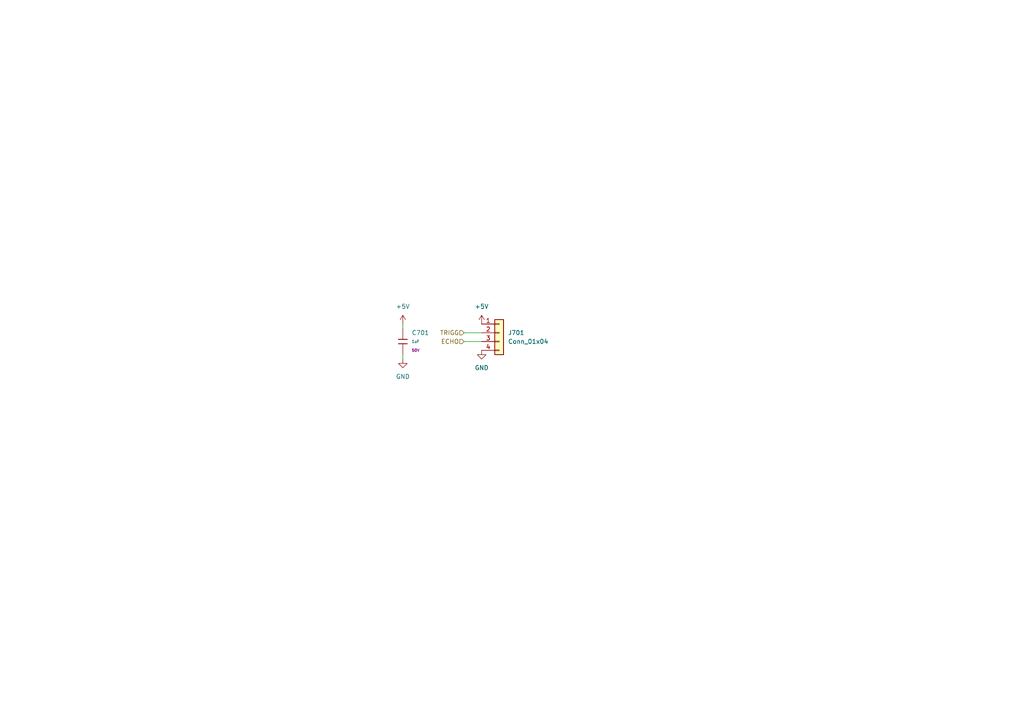
<source format=kicad_sch>
(kicad_sch (version 20231120) (generator "eeschema") (generator_version "8.0")
  (paper "A4")
  (lib_symbols
    (symbol "Connector_Generic:Conn_01x04" (pin_names (offset 1.016) hide)
      (property "Reference" "J" (at 0 5.08 0))
      (property "Value" "Conn_01x04" (at 0 -7.62 0))
      (symbol "Conn_01x04_1_1"
        (rectangle (start -1.27 -4.953) (end 0 -5.207) (stroke (width 0.1524)))
        (rectangle (start -1.27 -2.413) (end 0 -2.667) (stroke (width 0.1524)))
        (rectangle (start -1.27 0.127) (end 0 -0.127) (stroke (width 0.1524)))
        (rectangle (start -1.27 2.667) (end 0 2.413) (stroke (width 0.1524)))
        (rectangle (start -1.27 3.81) (end 1.27 -6.35) (stroke (width 0.254)) (fill (type background)))
        (pin passive line (at -5.08 2.54 0) (length 3.81) (name "Pin_1") (number "1"))
        (pin passive line (at -5.08 0 0) (length 3.81) (name "Pin_2") (number "2"))
        (pin passive line (at -5.08 -2.54 0) (length 3.81) (name "Pin_3") (number "3"))
        (pin passive line (at -5.08 -5.08 0) (length 3.81) (name "Pin_4") (number "4"))
      )
    )
    (symbol "PCM_JLCPCB-Capacitors:0805,1uF" (pin_numbers hide) (pin_names (offset 0))
      (property "Reference" "C" (at 2.032 1.668 0))
      (property "Value" "1uF" (at 2.032 -0.3782 0))
      (property "Voltage Rated" "50V" (at 2.032 -2.0462 0))
      (symbol "0805,1uF_0_1"
        (polyline (pts (xy -1.27 -0.635) (xy 1.27 -0.635)) (stroke (width 0.254)))
        (polyline (pts (xy -1.27 0.635) (xy 1.27 0.635)) (stroke (width 0.254)))
      )
      (symbol "0805,1uF_1_1"
        (pin passive line (at 0 3.81 270) (length 3.175) (name "~") (number "1"))
        (pin passive line (at 0 -3.81 90) (length 3.175) (name "~") (number "2"))
      )
    )
    (symbol "power:+5V" (power) (pin_numbers hide) (pin_names (offset 0) hide)
      (property "Value" "+5V" (at 0 3.556 0))
      (symbol "+5V_0_1"
        (polyline (pts (xy -0.762 1.27) (xy 0 2.54)))
        (polyline (pts (xy 0 0) (xy 0 2.54)))
        (polyline (pts (xy 0 2.54) (xy 0.762 1.27)))
      )
      (symbol "+5V_1_1"
        (pin power_in line (at 0 0 90) (length 0) (name "~") (number "1"))
      )
    )
    (symbol "power:GND" (power) (pin_numbers hide) (pin_names (offset 0) hide)
      (property "Value" "GND" (at 0 -3.81 0))
      (symbol "GND_0_1"
        (polyline (pts (xy 0 0) (xy 0 -1.27) (xy 1.27 -1.27) (xy 0 -2.54) (xy -1.27 -1.27) (xy 0 -1.27)))
      )
      (symbol "GND_1_1"
        (pin power_in line (at 0 0 270) (length 0) (name "~") (number "1"))
      )
    )
  )
  (wire (pts (xy 116.84 93.98) (xy 116.84 95.25)))
  (wire (pts (xy 134.62 96.52) (xy 139.7 96.52)))
  (wire (pts (xy 116.84 102.87) (xy 116.84 104.14)))
  (wire (pts (xy 134.62 99.06) (xy 139.7 99.06)))
  (hierarchical_label "ECHO" (shape input) (at 134.62 99.06 180))
  (hierarchical_label "TRIGG" (shape input) (at 134.62 96.52 180))
  (symbol (lib_id "power:+5V") (at 139.7 93.98 0) (unit 1)
    (property "Reference" "#PWR0703" (effects (hide yes)))
    (property "Value" "+5V" (at 139.7 88.9 0))
    (property "Description" "Power symbol creates a global label with name \"+5V\"" (effects (hide yes)))
    (instances (project "interconnect" (path "" (reference "#PWR0703") (unit 1)) (path "" (reference "#PWR0503") (unit 1)) (path "" (reference "#PWR0603") (unit 1))))
  )
  (symbol (lib_id "Connector_Generic:Conn_01x04") (at 144.78 96.52 0) (unit 1)
    (property "Reference" "J701" (at 147.32 96.5199 0) (effects (justify left)))
    (property "Value" "Conn_01x04" (at 147.32 99.0599 0) (effects (justify left)))
    (property "Footprint" "Connector_PinHeader_2.54mm:PinHeader_1x04_P2.54mm_Vertical" (effects (hide yes)))
    (property "Description" "Generic connector, single row, 01x04, script generated (kicad-library-utils/schlib/autogen/connector/)" (effects (hide yes)))
    (instances (project "interconnect" (path "" (reference "J701") (unit 1)) (path "" (reference "J501") (unit 1)) (path "" (reference "J601") (unit 1))))
  )
  (symbol (lib_id "power:+5V") (at 116.84 93.98 0) (unit 1)
    (property "Reference" "#PWR0501" (effects (hide yes)))
    (property "Value" "+5V" (at 116.84 88.9 0))
    (property "Description" "Power symbol creates a global label with name \"+5V\"" (effects (hide yes)))
    (instances (project "interconnect" (path "" (reference "#PWR0701") (unit 1)) (path "" (reference "#PWR0501") (unit 1)) (path "" (reference "#PWR0601") (unit 1))))
  )
  (symbol (lib_id "power:GND") (at 139.7 101.6 0) (unit 1)
    (property "Reference" "#PWR0704" (effects (hide yes)))
    (property "Value" "GND" (at 139.7 106.68 0))
    (property "Description" "Power symbol creates a global label with name \"GND\" , ground" (effects (hide yes)))
    (instances (project "interconnect" (path "" (reference "#PWR0704") (unit 1)) (path "" (reference "#PWR0504") (unit 1)) (path "" (reference "#PWR0604") (unit 1))))
  )
  (symbol (lib_id "PCM_JLCPCB-Capacitors:0805,1uF") (at 116.84 99.06 0) (unit 1)
    (property "Reference" "C501" (at 119.38 96.5199 0) (effects (justify left)))
    (property "Value" "1uF" (at 119.38 99.06 0) (effects (font (size 0.8 0.8)) (justify left)))
    (property "Footprint" "PCM_JLCPCB:C_0805" (effects (hide yes)))
    (property "Datasheet" "https://www.lcsc.com/datasheet/lcsc_datasheet_2304140030_Samsung-Electro-Mechanics-CL21B105KBFNNNE_C28323.pdf" (effects (hide yes)))
    (property "Description" "50V 1uF X7R ±10% 0805 Multilayer Ceramic Capacitors MLCC - SMD/SMT ROHS" (effects (hide yes)))
    (property "LCSC" "C28323" (effects (hide yes)))
    (property "Stock" "6356656" (effects (hide yes)))
    (property "Price" "0.012USD" (effects (hide yes)))
    (property "Process" "SMT" (effects (hide yes)))
    (property "Minimum Qty" "20" (effects (hide yes)))
    (property "Attrition Qty" "6" (effects (hide yes)))
    (property "Class" "Basic Component" (effects (hide yes)))
    (property "Category" "Capacitors,Multilayer Ceramic Capacitors MLCC - SMD/SMT" (effects (hide yes)))
    (property "Manufacturer" "Samsung Electro-Mechanics" (effects (hide yes)))
    (property "Part" "CL21B105KBFNNNE" (effects (hide yes)))
    (property "Voltage Rated" "50V" (at 119.38 101.6 0) (effects (font (size 0.8 0.8)) (justify left)))
    (property "Tolerance" "±10%" (effects (hide yes)))
    (property "Capacitance" "1uF" (effects (hide yes)))
    (property "Temperature Coefficient" "X7R" (effects (hide yes)))
    (instances (project "" (path "" (reference "C701") (unit 1)) (path "" (reference "C501") (unit 1)) (path "" (reference "C601") (unit 1))))
  )
  (symbol (lib_id "power:GND") (at 116.84 104.14 0) (unit 1)
    (property "Reference" "#PWR0502" (effects (hide yes)))
    (property "Value" "GND" (at 116.84 109.22 0))
    (property "Description" "Power symbol creates a global label with name \"GND\" , ground" (effects (hide yes)))
    (instances (project "interconnect" (path "" (reference "#PWR0702") (unit 1)) (path "" (reference "#PWR0502") (unit 1)) (path "" (reference "#PWR0602") (unit 1))))
  )
)
</source>
